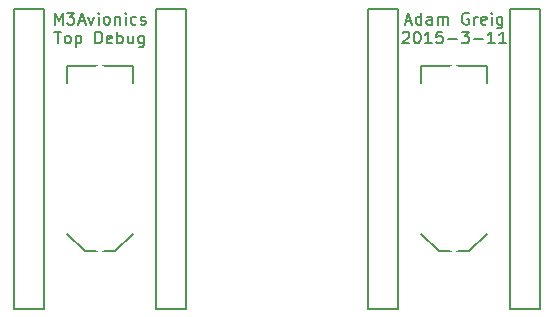
<source format=gto>
G04 #@! TF.FileFunction,Legend,Top*
%FSLAX46Y46*%
G04 Gerber Fmt 4.6, Leading zero omitted, Abs format (unit mm)*
G04 Created by KiCad (PCBNEW 0.201601071449+6428~40~ubuntu14.04.1-stable) date Tue 26 Apr 2016 00:32:58 BST*
%MOMM*%
G01*
G04 APERTURE LIST*
%ADD10C,0.100000*%
%ADD11C,0.200000*%
%ADD12C,0.150000*%
%ADD13R,2.920000X0.740000*%
%ADD14C,1.200000*%
%ADD15R,0.620000X0.620000*%
%ADD16R,1.900000X1.900000*%
%ADD17C,1.900000*%
G04 APERTURE END LIST*
D10*
D11*
X81166667Y-88652381D02*
X81166667Y-87652381D01*
X81500001Y-88366667D01*
X81833334Y-87652381D01*
X81833334Y-88652381D01*
X82214286Y-87652381D02*
X82833334Y-87652381D01*
X82500000Y-88033333D01*
X82642858Y-88033333D01*
X82738096Y-88080952D01*
X82785715Y-88128571D01*
X82833334Y-88223810D01*
X82833334Y-88461905D01*
X82785715Y-88557143D01*
X82738096Y-88604762D01*
X82642858Y-88652381D01*
X82357143Y-88652381D01*
X82261905Y-88604762D01*
X82214286Y-88557143D01*
X83214286Y-88366667D02*
X83690477Y-88366667D01*
X83119048Y-88652381D02*
X83452381Y-87652381D01*
X83785715Y-88652381D01*
X84023810Y-87985714D02*
X84261905Y-88652381D01*
X84500001Y-87985714D01*
X84880953Y-88652381D02*
X84880953Y-87985714D01*
X84880953Y-87652381D02*
X84833334Y-87700000D01*
X84880953Y-87747619D01*
X84928572Y-87700000D01*
X84880953Y-87652381D01*
X84880953Y-87747619D01*
X85500000Y-88652381D02*
X85404762Y-88604762D01*
X85357143Y-88557143D01*
X85309524Y-88461905D01*
X85309524Y-88176190D01*
X85357143Y-88080952D01*
X85404762Y-88033333D01*
X85500000Y-87985714D01*
X85642858Y-87985714D01*
X85738096Y-88033333D01*
X85785715Y-88080952D01*
X85833334Y-88176190D01*
X85833334Y-88461905D01*
X85785715Y-88557143D01*
X85738096Y-88604762D01*
X85642858Y-88652381D01*
X85500000Y-88652381D01*
X86261905Y-87985714D02*
X86261905Y-88652381D01*
X86261905Y-88080952D02*
X86309524Y-88033333D01*
X86404762Y-87985714D01*
X86547620Y-87985714D01*
X86642858Y-88033333D01*
X86690477Y-88128571D01*
X86690477Y-88652381D01*
X87166667Y-88652381D02*
X87166667Y-87985714D01*
X87166667Y-87652381D02*
X87119048Y-87700000D01*
X87166667Y-87747619D01*
X87214286Y-87700000D01*
X87166667Y-87652381D01*
X87166667Y-87747619D01*
X88071429Y-88604762D02*
X87976191Y-88652381D01*
X87785714Y-88652381D01*
X87690476Y-88604762D01*
X87642857Y-88557143D01*
X87595238Y-88461905D01*
X87595238Y-88176190D01*
X87642857Y-88080952D01*
X87690476Y-88033333D01*
X87785714Y-87985714D01*
X87976191Y-87985714D01*
X88071429Y-88033333D01*
X88452381Y-88604762D02*
X88547619Y-88652381D01*
X88738095Y-88652381D01*
X88833334Y-88604762D01*
X88880953Y-88509524D01*
X88880953Y-88461905D01*
X88833334Y-88366667D01*
X88738095Y-88319048D01*
X88595238Y-88319048D01*
X88500000Y-88271429D01*
X88452381Y-88176190D01*
X88452381Y-88128571D01*
X88500000Y-88033333D01*
X88595238Y-87985714D01*
X88738095Y-87985714D01*
X88833334Y-88033333D01*
X81142857Y-89252381D02*
X81714286Y-89252381D01*
X81428571Y-90252381D02*
X81428571Y-89252381D01*
X82190476Y-90252381D02*
X82095238Y-90204762D01*
X82047619Y-90157143D01*
X82000000Y-90061905D01*
X82000000Y-89776190D01*
X82047619Y-89680952D01*
X82095238Y-89633333D01*
X82190476Y-89585714D01*
X82333334Y-89585714D01*
X82428572Y-89633333D01*
X82476191Y-89680952D01*
X82523810Y-89776190D01*
X82523810Y-90061905D01*
X82476191Y-90157143D01*
X82428572Y-90204762D01*
X82333334Y-90252381D01*
X82190476Y-90252381D01*
X82952381Y-89585714D02*
X82952381Y-90585714D01*
X82952381Y-89633333D02*
X83047619Y-89585714D01*
X83238096Y-89585714D01*
X83333334Y-89633333D01*
X83380953Y-89680952D01*
X83428572Y-89776190D01*
X83428572Y-90061905D01*
X83380953Y-90157143D01*
X83333334Y-90204762D01*
X83238096Y-90252381D01*
X83047619Y-90252381D01*
X82952381Y-90204762D01*
X84619048Y-90252381D02*
X84619048Y-89252381D01*
X84857143Y-89252381D01*
X85000001Y-89300000D01*
X85095239Y-89395238D01*
X85142858Y-89490476D01*
X85190477Y-89680952D01*
X85190477Y-89823810D01*
X85142858Y-90014286D01*
X85095239Y-90109524D01*
X85000001Y-90204762D01*
X84857143Y-90252381D01*
X84619048Y-90252381D01*
X86000001Y-90204762D02*
X85904763Y-90252381D01*
X85714286Y-90252381D01*
X85619048Y-90204762D01*
X85571429Y-90109524D01*
X85571429Y-89728571D01*
X85619048Y-89633333D01*
X85714286Y-89585714D01*
X85904763Y-89585714D01*
X86000001Y-89633333D01*
X86047620Y-89728571D01*
X86047620Y-89823810D01*
X85571429Y-89919048D01*
X86476191Y-90252381D02*
X86476191Y-89252381D01*
X86476191Y-89633333D02*
X86571429Y-89585714D01*
X86761906Y-89585714D01*
X86857144Y-89633333D01*
X86904763Y-89680952D01*
X86952382Y-89776190D01*
X86952382Y-90061905D01*
X86904763Y-90157143D01*
X86857144Y-90204762D01*
X86761906Y-90252381D01*
X86571429Y-90252381D01*
X86476191Y-90204762D01*
X87809525Y-89585714D02*
X87809525Y-90252381D01*
X87380953Y-89585714D02*
X87380953Y-90109524D01*
X87428572Y-90204762D01*
X87523810Y-90252381D01*
X87666668Y-90252381D01*
X87761906Y-90204762D01*
X87809525Y-90157143D01*
X88714287Y-89585714D02*
X88714287Y-90395238D01*
X88666668Y-90490476D01*
X88619049Y-90538095D01*
X88523810Y-90585714D01*
X88380953Y-90585714D01*
X88285715Y-90538095D01*
X88714287Y-90204762D02*
X88619049Y-90252381D01*
X88428572Y-90252381D01*
X88333334Y-90204762D01*
X88285715Y-90157143D01*
X88238096Y-90061905D01*
X88238096Y-89776190D01*
X88285715Y-89680952D01*
X88333334Y-89633333D01*
X88428572Y-89585714D01*
X88619049Y-89585714D01*
X88714287Y-89633333D01*
X110880952Y-88366667D02*
X111357143Y-88366667D01*
X110785714Y-88652381D02*
X111119047Y-87652381D01*
X111452381Y-88652381D01*
X112214286Y-88652381D02*
X112214286Y-87652381D01*
X112214286Y-88604762D02*
X112119048Y-88652381D01*
X111928571Y-88652381D01*
X111833333Y-88604762D01*
X111785714Y-88557143D01*
X111738095Y-88461905D01*
X111738095Y-88176190D01*
X111785714Y-88080952D01*
X111833333Y-88033333D01*
X111928571Y-87985714D01*
X112119048Y-87985714D01*
X112214286Y-88033333D01*
X113119048Y-88652381D02*
X113119048Y-88128571D01*
X113071429Y-88033333D01*
X112976191Y-87985714D01*
X112785714Y-87985714D01*
X112690476Y-88033333D01*
X113119048Y-88604762D02*
X113023810Y-88652381D01*
X112785714Y-88652381D01*
X112690476Y-88604762D01*
X112642857Y-88509524D01*
X112642857Y-88414286D01*
X112690476Y-88319048D01*
X112785714Y-88271429D01*
X113023810Y-88271429D01*
X113119048Y-88223810D01*
X113595238Y-88652381D02*
X113595238Y-87985714D01*
X113595238Y-88080952D02*
X113642857Y-88033333D01*
X113738095Y-87985714D01*
X113880953Y-87985714D01*
X113976191Y-88033333D01*
X114023810Y-88128571D01*
X114023810Y-88652381D01*
X114023810Y-88128571D02*
X114071429Y-88033333D01*
X114166667Y-87985714D01*
X114309524Y-87985714D01*
X114404762Y-88033333D01*
X114452381Y-88128571D01*
X114452381Y-88652381D01*
X116214286Y-87700000D02*
X116119048Y-87652381D01*
X115976191Y-87652381D01*
X115833333Y-87700000D01*
X115738095Y-87795238D01*
X115690476Y-87890476D01*
X115642857Y-88080952D01*
X115642857Y-88223810D01*
X115690476Y-88414286D01*
X115738095Y-88509524D01*
X115833333Y-88604762D01*
X115976191Y-88652381D01*
X116071429Y-88652381D01*
X116214286Y-88604762D01*
X116261905Y-88557143D01*
X116261905Y-88223810D01*
X116071429Y-88223810D01*
X116690476Y-88652381D02*
X116690476Y-87985714D01*
X116690476Y-88176190D02*
X116738095Y-88080952D01*
X116785714Y-88033333D01*
X116880952Y-87985714D01*
X116976191Y-87985714D01*
X117690477Y-88604762D02*
X117595239Y-88652381D01*
X117404762Y-88652381D01*
X117309524Y-88604762D01*
X117261905Y-88509524D01*
X117261905Y-88128571D01*
X117309524Y-88033333D01*
X117404762Y-87985714D01*
X117595239Y-87985714D01*
X117690477Y-88033333D01*
X117738096Y-88128571D01*
X117738096Y-88223810D01*
X117261905Y-88319048D01*
X118166667Y-88652381D02*
X118166667Y-87985714D01*
X118166667Y-87652381D02*
X118119048Y-87700000D01*
X118166667Y-87747619D01*
X118214286Y-87700000D01*
X118166667Y-87652381D01*
X118166667Y-87747619D01*
X119071429Y-87985714D02*
X119071429Y-88795238D01*
X119023810Y-88890476D01*
X118976191Y-88938095D01*
X118880952Y-88985714D01*
X118738095Y-88985714D01*
X118642857Y-88938095D01*
X119071429Y-88604762D02*
X118976191Y-88652381D01*
X118785714Y-88652381D01*
X118690476Y-88604762D01*
X118642857Y-88557143D01*
X118595238Y-88461905D01*
X118595238Y-88176190D01*
X118642857Y-88080952D01*
X118690476Y-88033333D01*
X118785714Y-87985714D01*
X118976191Y-87985714D01*
X119071429Y-88033333D01*
X110619048Y-89347619D02*
X110666667Y-89300000D01*
X110761905Y-89252381D01*
X111000001Y-89252381D01*
X111095239Y-89300000D01*
X111142858Y-89347619D01*
X111190477Y-89442857D01*
X111190477Y-89538095D01*
X111142858Y-89680952D01*
X110571429Y-90252381D01*
X111190477Y-90252381D01*
X111809524Y-89252381D02*
X111904763Y-89252381D01*
X112000001Y-89300000D01*
X112047620Y-89347619D01*
X112095239Y-89442857D01*
X112142858Y-89633333D01*
X112142858Y-89871429D01*
X112095239Y-90061905D01*
X112047620Y-90157143D01*
X112000001Y-90204762D01*
X111904763Y-90252381D01*
X111809524Y-90252381D01*
X111714286Y-90204762D01*
X111666667Y-90157143D01*
X111619048Y-90061905D01*
X111571429Y-89871429D01*
X111571429Y-89633333D01*
X111619048Y-89442857D01*
X111666667Y-89347619D01*
X111714286Y-89300000D01*
X111809524Y-89252381D01*
X113095239Y-90252381D02*
X112523810Y-90252381D01*
X112809524Y-90252381D02*
X112809524Y-89252381D01*
X112714286Y-89395238D01*
X112619048Y-89490476D01*
X112523810Y-89538095D01*
X114000001Y-89252381D02*
X113523810Y-89252381D01*
X113476191Y-89728571D01*
X113523810Y-89680952D01*
X113619048Y-89633333D01*
X113857144Y-89633333D01*
X113952382Y-89680952D01*
X114000001Y-89728571D01*
X114047620Y-89823810D01*
X114047620Y-90061905D01*
X114000001Y-90157143D01*
X113952382Y-90204762D01*
X113857144Y-90252381D01*
X113619048Y-90252381D01*
X113523810Y-90204762D01*
X113476191Y-90157143D01*
X114476191Y-89871429D02*
X115238096Y-89871429D01*
X115619048Y-89252381D02*
X116238096Y-89252381D01*
X115904762Y-89633333D01*
X116047620Y-89633333D01*
X116142858Y-89680952D01*
X116190477Y-89728571D01*
X116238096Y-89823810D01*
X116238096Y-90061905D01*
X116190477Y-90157143D01*
X116142858Y-90204762D01*
X116047620Y-90252381D01*
X115761905Y-90252381D01*
X115666667Y-90204762D01*
X115619048Y-90157143D01*
X116666667Y-89871429D02*
X117428572Y-89871429D01*
X118428572Y-90252381D02*
X117857143Y-90252381D01*
X118142857Y-90252381D02*
X118142857Y-89252381D01*
X118047619Y-89395238D01*
X117952381Y-89490476D01*
X117857143Y-89538095D01*
X119380953Y-90252381D02*
X118809524Y-90252381D01*
X119095238Y-90252381D02*
X119095238Y-89252381D01*
X119000000Y-89395238D01*
X118904762Y-89490476D01*
X118809524Y-89538095D01*
D12*
X87785000Y-93635000D02*
X87785000Y-92135000D01*
X87785000Y-92135000D02*
X82215000Y-92135000D01*
X82215000Y-92135000D02*
X82215000Y-93635000D01*
X82215000Y-106365000D02*
X83715000Y-107865000D01*
X83715000Y-107865000D02*
X86285000Y-107865000D01*
X86285000Y-107865000D02*
X87785000Y-106365000D01*
X117785000Y-93635000D02*
X117785000Y-92135000D01*
X117785000Y-92135000D02*
X112215000Y-92135000D01*
X112215000Y-92135000D02*
X112215000Y-93635000D01*
X112215000Y-106365000D02*
X113715000Y-107865000D01*
X113715000Y-107865000D02*
X116285000Y-107865000D01*
X116285000Y-107865000D02*
X117785000Y-106365000D01*
X80270000Y-87300000D02*
X80270000Y-112700000D01*
X80270000Y-112700000D02*
X77730000Y-112700000D01*
X77730000Y-112700000D02*
X77730000Y-87300000D01*
X77730000Y-87300000D02*
X80270000Y-87300000D01*
X92270000Y-87300000D02*
X92270000Y-112700000D01*
X92270000Y-112700000D02*
X89730000Y-112700000D01*
X89730000Y-112700000D02*
X89730000Y-87300000D01*
X89730000Y-87300000D02*
X92270000Y-87300000D01*
X110270000Y-87300000D02*
X110270000Y-112700000D01*
X110270000Y-112700000D02*
X107730000Y-112700000D01*
X107730000Y-112700000D02*
X107730000Y-87300000D01*
X107730000Y-87300000D02*
X110270000Y-87300000D01*
X122270000Y-87300000D02*
X122270000Y-112700000D01*
X122270000Y-112700000D02*
X119730000Y-112700000D01*
X119730000Y-112700000D02*
X119730000Y-87300000D01*
X119730000Y-87300000D02*
X122270000Y-87300000D01*
%LPC*%
D13*
X83285000Y-94285000D03*
X86715000Y-94285000D03*
X83285000Y-95555000D03*
X86715000Y-95555000D03*
X83285000Y-96825000D03*
X86715000Y-96825000D03*
X83285000Y-98095000D03*
X86715000Y-98095000D03*
X83285000Y-99365000D03*
X86715000Y-99365000D03*
X83285000Y-100635000D03*
X86715000Y-100635000D03*
X83285000Y-101905000D03*
X86715000Y-101905000D03*
X83285000Y-103175000D03*
X86715000Y-103175000D03*
X83285000Y-104445000D03*
X86715000Y-104445000D03*
X83285000Y-105715000D03*
X86715000Y-105715000D03*
X113285000Y-94285000D03*
X116715000Y-94285000D03*
X113285000Y-95555000D03*
X116715000Y-95555000D03*
X113285000Y-96825000D03*
X116715000Y-96825000D03*
X113285000Y-98095000D03*
X116715000Y-98095000D03*
X113285000Y-99365000D03*
X116715000Y-99365000D03*
X113285000Y-100635000D03*
X116715000Y-100635000D03*
X113285000Y-101905000D03*
X116715000Y-101905000D03*
X113285000Y-103175000D03*
X116715000Y-103175000D03*
X113285000Y-104445000D03*
X116715000Y-104445000D03*
X113285000Y-105715000D03*
X116715000Y-105715000D03*
D14*
X85000000Y-107305000D03*
X85000000Y-92695000D03*
X115000000Y-107305000D03*
X115000000Y-92695000D03*
D15*
X89000000Y-104950000D03*
X89000000Y-104050000D03*
D16*
X79000000Y-88570000D03*
D17*
X79000000Y-91110000D03*
X79000000Y-93650000D03*
X79000000Y-96190000D03*
X79000000Y-98730000D03*
X79000000Y-101270000D03*
X79000000Y-103810000D03*
X79000000Y-106350000D03*
X79000000Y-108890000D03*
X79000000Y-111430000D03*
D16*
X91000000Y-88570000D03*
D17*
X91000000Y-91110000D03*
X91000000Y-93650000D03*
X91000000Y-96190000D03*
X91000000Y-98730000D03*
X91000000Y-101270000D03*
X91000000Y-103810000D03*
X91000000Y-106350000D03*
X91000000Y-108890000D03*
X91000000Y-111430000D03*
D16*
X109000000Y-88570000D03*
D17*
X109000000Y-91110000D03*
X109000000Y-93650000D03*
X109000000Y-96190000D03*
X109000000Y-98730000D03*
X109000000Y-101270000D03*
X109000000Y-103810000D03*
X109000000Y-106350000D03*
X109000000Y-108890000D03*
X109000000Y-111430000D03*
D16*
X121000000Y-88570000D03*
D17*
X121000000Y-91110000D03*
X121000000Y-93650000D03*
X121000000Y-96190000D03*
X121000000Y-98730000D03*
X121000000Y-101270000D03*
X121000000Y-103810000D03*
X121000000Y-106350000D03*
X121000000Y-108890000D03*
X121000000Y-111430000D03*
M02*

</source>
